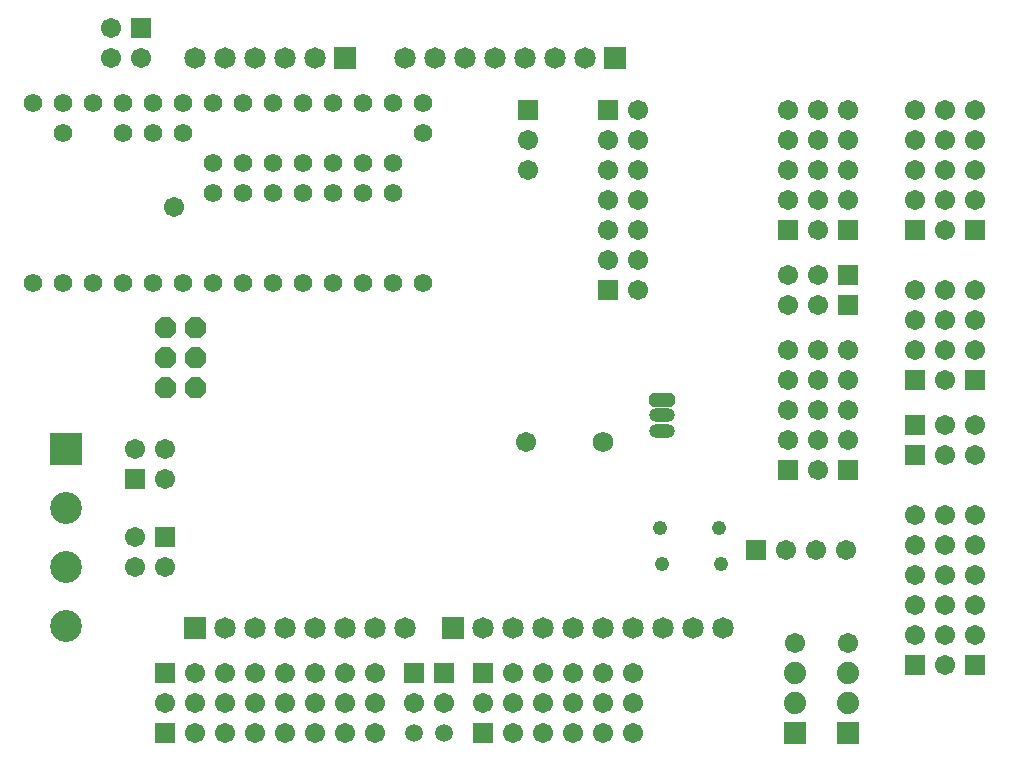
<source format=gbs>
G04 DipTrace Beta 2.3.5.2*
%INTeensyDuinoV001-wide.gbs*%
%MOIN*%
%ADD34C,0.0591*%
%ADD42R,0.074X0.074*%
%ADD43C,0.074*%
%ADD47C,0.0489*%
%ADD50C,0.0619*%
%ADD77C,0.068*%
%ADD85O,0.0867X0.0474*%
%ADD95C,0.0718*%
%ADD97R,0.0718X0.0718*%
%ADD99C,0.1064*%
%ADD101R,0.1064X0.1064*%
%ADD105C,0.0671*%
%ADD107R,0.0671X0.0671*%
%FSLAX44Y44*%
G04*
G70*
G90*
G75*
G01*
%LNBotMask*%
%LPD*%
D107*
X36430Y7690D3*
D105*
X35430D3*
X36430Y8690D3*
X35430D3*
X36430Y9690D3*
X35430D3*
X36430Y10690D3*
X35430D3*
X36430Y11690D3*
X35430D3*
X36430Y12690D3*
X35430D3*
D107*
X34430Y7690D3*
D105*
Y8690D3*
Y9690D3*
Y10690D3*
Y11690D3*
Y12690D3*
D107*
X36430Y22190D3*
D105*
X35430D3*
X36430Y23190D3*
X35430D3*
X36430Y24190D3*
X35430D3*
X36430Y25190D3*
X35430D3*
X36430Y26190D3*
X35430D3*
D107*
X34430Y22190D3*
D105*
Y23190D3*
Y24190D3*
Y25190D3*
Y26190D3*
D107*
X36430Y17190D3*
D105*
Y18190D3*
Y19190D3*
Y20190D3*
X35430Y17190D3*
Y18190D3*
Y19190D3*
Y20190D3*
D107*
X32180Y14190D3*
D105*
X31180D3*
X32180Y15190D3*
X31180D3*
X32180Y16190D3*
X31180D3*
X32180Y17190D3*
X31180D3*
X32180Y18190D3*
X31180D3*
D107*
X34430Y17190D3*
D105*
Y18190D3*
Y19190D3*
Y20190D3*
D107*
X9430Y5440D3*
D105*
Y6440D3*
X10430Y5440D3*
Y6440D3*
X11430Y5440D3*
Y6440D3*
X12430Y5440D3*
Y6440D3*
X13430Y5440D3*
Y6440D3*
X14430Y5440D3*
Y6440D3*
X15430Y5440D3*
Y6440D3*
X16430Y5440D3*
Y6440D3*
D107*
X9430Y7440D3*
D105*
X10430D3*
X11430D3*
X12430D3*
X13430D3*
X14430D3*
X15430D3*
X16430D3*
D107*
X20030Y5440D3*
D105*
Y6440D3*
X21030Y5440D3*
Y6440D3*
X22030Y5440D3*
Y6440D3*
X23030Y5440D3*
Y6440D3*
X24030Y5440D3*
Y6440D3*
X25030Y5440D3*
Y6440D3*
D107*
X20030Y7440D3*
D105*
X21030D3*
X22030D3*
X23030D3*
X24030D3*
X25030D3*
D107*
X32180Y22190D3*
D105*
X31180D3*
X32180Y23190D3*
X31180D3*
X32180Y24190D3*
X31180D3*
X32180Y25190D3*
X31180D3*
X32180Y26190D3*
X31180D3*
D107*
X29130Y11540D3*
D105*
X30130D3*
X31130D3*
X32130D3*
D101*
X6130Y14893D3*
D99*
Y12924D3*
Y10956D3*
Y8987D3*
D97*
X15430Y27940D3*
D95*
X14430D3*
X13430D3*
X12430D3*
X11430D3*
X10430D3*
D97*
X24430D3*
D95*
X23430D3*
X22430D3*
X21430D3*
X20430D3*
X19430D3*
X18430D3*
X17430D3*
D97*
X10430Y8940D3*
D95*
X11430D3*
X12430D3*
X13430D3*
X14430D3*
X15430D3*
X16430D3*
X17430D3*
D97*
X19030D3*
D95*
X20030D3*
X21030D3*
X22030D3*
X23030D3*
X24030D3*
X25030D3*
X26030D3*
X27030D3*
X28030D3*
D107*
X30180Y14190D3*
D105*
Y15190D3*
Y16190D3*
Y17190D3*
Y18190D3*
D107*
Y22190D3*
D105*
Y23190D3*
Y24190D3*
Y25190D3*
Y26190D3*
D107*
X9430Y11960D3*
D105*
Y10960D3*
X8430Y11960D3*
Y10960D3*
D42*
X30430Y5440D3*
D43*
Y6440D3*
Y7440D3*
D42*
X32180Y5440D3*
D43*
Y6440D3*
Y7440D3*
D107*
X34430Y14690D3*
D105*
X35430D3*
X36430D3*
D107*
X34430Y15690D3*
D105*
X35430D3*
X36430D3*
D107*
X17730Y7440D3*
D105*
Y6440D3*
D34*
Y5440D3*
D107*
X18730Y7440D3*
D105*
Y6440D3*
D34*
Y5440D3*
D107*
X32180Y19690D3*
D105*
X31180D3*
X30180D3*
D107*
X32180Y20690D3*
D105*
X31180D3*
X30180D3*
D107*
X24200Y26190D3*
D105*
X25200D3*
X24200Y25190D3*
X25200D3*
X24200Y24190D3*
X25200D3*
X24200Y23190D3*
X25200D3*
X24200Y22190D3*
X25200D3*
X24200Y21190D3*
X25200D3*
X30430Y8440D3*
X32180D3*
D107*
X24200Y20190D3*
D105*
X25200D3*
D107*
X8630Y28940D3*
D105*
Y27940D3*
X7630Y28940D3*
Y27940D3*
D107*
X8430Y13890D3*
D105*
Y14890D3*
X9430Y13890D3*
Y14890D3*
G36*
X25678Y16777D2*
X25556Y16655D1*
Y16425D1*
X25678Y16303D1*
X26302D1*
X26424Y16425D1*
Y16655D1*
X26302Y16777D1*
X25678D1*
G37*
D85*
X25990Y16020D3*
Y15500D3*
D47*
Y11070D3*
X27959D3*
X25930Y12280D3*
X27899D3*
D105*
X9730Y22950D3*
D77*
X24010Y15140D3*
D105*
X21450D3*
G36*
X10572Y17282D2*
X10772Y17082D1*
Y16798D1*
X10572Y16598D1*
X10288D1*
X10088Y16798D1*
Y17082D1*
X10288Y17282D1*
X10572D1*
G37*
G36*
X9572D2*
X9772Y17082D1*
Y16798D1*
X9572Y16598D1*
X9288D1*
X9088Y16798D1*
Y17082D1*
X9288Y17282D1*
X9572D1*
G37*
G36*
X10572Y18282D2*
X10772Y18082D1*
Y17798D1*
X10572Y17598D1*
X10288D1*
X10088Y17798D1*
Y18082D1*
X10288Y18282D1*
X10572D1*
G37*
G36*
X9572D2*
X9772Y18082D1*
Y17798D1*
X9572Y17598D1*
X9288D1*
X9088Y17798D1*
Y18082D1*
X9288Y18282D1*
X9572D1*
G37*
G36*
X10572Y19282D2*
X10772Y19082D1*
Y18798D1*
X10572Y18598D1*
X10288D1*
X10088Y18798D1*
Y19082D1*
X10288Y19282D1*
X10572D1*
G37*
G36*
X9572D2*
X9772Y19082D1*
Y18798D1*
X9572Y18598D1*
X9288D1*
X9088Y18798D1*
Y19082D1*
X9288Y19282D1*
X9572D1*
G37*
D50*
X5030Y20440D3*
X6030D3*
X7030D3*
X8030D3*
X9030D3*
X10030D3*
X11030D3*
X12030D3*
X13030D3*
X14030D3*
X15030D3*
X16030D3*
X17030D3*
X18030D3*
Y25440D3*
Y26440D3*
X17030D3*
X16030D3*
X15030D3*
X14030D3*
X13030D3*
X12030D3*
X11030D3*
X10030D3*
X9030D3*
X8030D3*
X7030D3*
X6030D3*
X5030D3*
X6030Y25440D3*
X8030D3*
X9030D3*
X10030D3*
X17030Y23440D3*
Y24440D3*
X16030Y23440D3*
X15030D3*
X14030D3*
X13030D3*
X16030Y24440D3*
X15030D3*
X14030D3*
X13030D3*
X12030D3*
X11030D3*
X12030Y23440D3*
X11030D3*
D107*
X21530Y26190D3*
D105*
Y25190D3*
Y24190D3*
M02*

</source>
